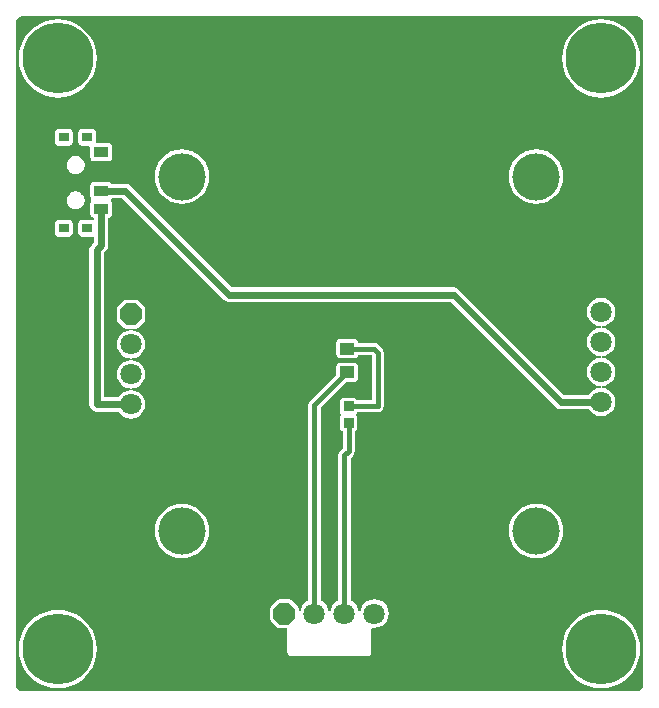
<source format=gtl>
G04 Layer_Physical_Order=1*
G04 Layer_Color=255*
%FSLAX44Y44*%
%MOMM*%
G71*
G01*
G75*
%ADD10R,1.2500X1.0000*%
%ADD11R,0.8500X0.8500*%
%ADD12R,0.9000X0.8000*%
%ADD13R,1.2500X0.9000*%
%ADD14C,0.4000*%
%ADD15C,0.6000*%
%ADD16C,4.0000*%
%ADD17P,1.9483X8X22.5*%
%ADD18C,1.8000*%
%ADD19P,1.9483X8X292.5*%
%ADD20C,6.0000*%
G36*
X537186Y585278D02*
X539040Y584040D01*
X540278Y582186D01*
X540680Y580167D01*
X540646Y580000D01*
Y20000D01*
X540680Y19833D01*
X540278Y17814D01*
X539040Y15960D01*
X537186Y14722D01*
X536199Y14526D01*
X535000Y14354D01*
Y14354D01*
X15000D01*
X14833Y14320D01*
X12814Y14722D01*
X10961Y15960D01*
X9722Y17814D01*
X9526Y18801D01*
X9354Y20000D01*
X9354D01*
Y580000D01*
X9320Y580167D01*
X9722Y582186D01*
X10961Y584040D01*
X12814Y585278D01*
X14833Y585680D01*
X15000Y585646D01*
X535000D01*
X535167Y585680D01*
X537186Y585278D01*
D02*
G37*
%LPC*%
G36*
X88000Y445319D02*
X75500D01*
X74330Y445086D01*
X73337Y444423D01*
X72674Y443430D01*
X72441Y442260D01*
Y433260D01*
X72674Y432090D01*
X73337Y431097D01*
X73447Y431024D01*
Y429496D01*
X73337Y429423D01*
X72674Y428430D01*
X72441Y427260D01*
Y418260D01*
X72674Y417090D01*
X73337Y416097D01*
X74330Y415434D01*
X75342Y415233D01*
X75472Y414395D01*
X75463Y414157D01*
X74500Y413319D01*
X65500D01*
X64330Y413086D01*
X63337Y412423D01*
X62674Y411431D01*
X62441Y410260D01*
Y402260D01*
X62674Y401090D01*
X63337Y400097D01*
X64330Y399434D01*
X65500Y399201D01*
X74500D01*
X74651Y399231D01*
X75633Y398425D01*
Y394284D01*
X73524Y392176D01*
X72198Y390191D01*
X71733Y387850D01*
Y257150D01*
X72198Y254809D01*
X73524Y252824D01*
X75509Y251498D01*
X77850Y251033D01*
X96568D01*
X98441Y248591D01*
X100948Y246668D01*
X103867Y245459D01*
X107000Y245047D01*
X110133Y245459D01*
X113052Y246668D01*
X115559Y248591D01*
X117482Y251098D01*
X118691Y254017D01*
X119103Y257150D01*
X118691Y260283D01*
X117482Y263202D01*
X115559Y265709D01*
X113052Y267632D01*
X110133Y268841D01*
X107905Y269134D01*
X107334Y269210D01*
Y270490D01*
X107905Y270566D01*
X110133Y270859D01*
X113052Y272068D01*
X115559Y273992D01*
X117482Y276498D01*
X118691Y279417D01*
X119103Y282550D01*
X118691Y285683D01*
X117482Y288602D01*
X115559Y291108D01*
X113052Y293032D01*
X110133Y294241D01*
X107905Y294534D01*
X107334Y294610D01*
Y295890D01*
X107905Y295966D01*
X110133Y296259D01*
X113052Y297468D01*
X115559Y299391D01*
X117482Y301898D01*
X118691Y304817D01*
X119103Y307950D01*
X118691Y311083D01*
X117482Y314002D01*
X115559Y316509D01*
X113052Y318432D01*
X110133Y319641D01*
X107962Y319927D01*
X107245Y320021D01*
X107329Y321291D01*
X111500D01*
X111500Y321291D01*
X112670Y321524D01*
X113663Y322187D01*
X118163Y326687D01*
X118826Y327679D01*
X119059Y328850D01*
Y337850D01*
X119059Y337850D01*
X118826Y339021D01*
X118163Y340013D01*
X113663Y344513D01*
X112670Y345176D01*
X111500Y345409D01*
X102500D01*
X102500Y345409D01*
X101329Y345176D01*
X100337Y344513D01*
X95837Y340013D01*
X95174Y339021D01*
X94941Y337850D01*
Y328850D01*
X94941Y328850D01*
X95174Y327679D01*
X95837Y326687D01*
X100337Y322187D01*
X101329Y321524D01*
X102500Y321291D01*
X106671D01*
X106755Y320021D01*
X106038Y319927D01*
X103867Y319641D01*
X100948Y318432D01*
X98441Y316509D01*
X96518Y314002D01*
X95309Y311083D01*
X94896Y307950D01*
X95309Y304817D01*
X96518Y301898D01*
X98441Y299391D01*
X100948Y297468D01*
X103867Y296259D01*
X106095Y295966D01*
X106666Y295890D01*
Y294610D01*
X106095Y294534D01*
X103867Y294241D01*
X100948Y293032D01*
X98441Y291108D01*
X96518Y288602D01*
X95309Y285683D01*
X94896Y282550D01*
X95309Y279417D01*
X96518Y276498D01*
X98441Y273992D01*
X100948Y272068D01*
X103867Y270859D01*
X106095Y270566D01*
X106666Y270490D01*
Y269210D01*
X106095Y269134D01*
X103867Y268841D01*
X100948Y267632D01*
X98441Y265709D01*
X96568Y263267D01*
X83968D01*
Y385316D01*
X86076Y387424D01*
X87402Y389409D01*
X87867Y391750D01*
Y415201D01*
X88000D01*
X89171Y415434D01*
X90163Y416097D01*
X90826Y417090D01*
X91059Y418260D01*
Y427260D01*
X90826Y428430D01*
X90163Y429423D01*
X90151Y430673D01*
X91067Y431642D01*
X99706D01*
X185674Y345674D01*
X187659Y344348D01*
X190000Y343882D01*
X377466D01*
X466474Y254874D01*
X468459Y253548D01*
X470800Y253083D01*
X494568D01*
X496441Y250641D01*
X498948Y248718D01*
X501867Y247509D01*
X505000Y247097D01*
X508133Y247509D01*
X511052Y248718D01*
X513559Y250641D01*
X515482Y253148D01*
X516691Y256067D01*
X517104Y259200D01*
X516691Y262333D01*
X515482Y265252D01*
X513559Y267759D01*
X511052Y269682D01*
X508133Y270891D01*
X505905Y271184D01*
X505334Y271260D01*
Y272540D01*
X505905Y272616D01*
X508133Y272909D01*
X511052Y274118D01*
X513559Y276042D01*
X515482Y278548D01*
X516691Y281467D01*
X517104Y284600D01*
X516691Y287733D01*
X515482Y290652D01*
X513559Y293158D01*
X511052Y295082D01*
X508133Y296291D01*
X505905Y296584D01*
X505334Y296660D01*
Y297940D01*
X505905Y298016D01*
X508133Y298309D01*
X511052Y299518D01*
X513559Y301441D01*
X515482Y303948D01*
X516691Y306867D01*
X517104Y310000D01*
X516691Y313133D01*
X515482Y316052D01*
X513559Y318559D01*
X511052Y320482D01*
X508133Y321691D01*
X505905Y321984D01*
X505334Y322060D01*
Y323340D01*
X505905Y323416D01*
X508133Y323709D01*
X511052Y324918D01*
X513559Y326842D01*
X515482Y329348D01*
X516691Y332267D01*
X517104Y335400D01*
X516691Y338533D01*
X515482Y341452D01*
X513559Y343959D01*
X511052Y345882D01*
X508133Y347091D01*
X505000Y347504D01*
X501867Y347091D01*
X498948Y345882D01*
X496441Y343959D01*
X494518Y341452D01*
X493309Y338533D01*
X492896Y335400D01*
X493309Y332267D01*
X494518Y329348D01*
X496441Y326842D01*
X498948Y324918D01*
X501867Y323709D01*
X504095Y323416D01*
X504666Y323340D01*
Y322060D01*
X504095Y321984D01*
X501867Y321691D01*
X498948Y320482D01*
X496441Y318559D01*
X494518Y316052D01*
X493309Y313133D01*
X492896Y310000D01*
X493309Y306867D01*
X494518Y303948D01*
X496441Y301441D01*
X498948Y299518D01*
X501867Y298309D01*
X504095Y298016D01*
X504666Y297940D01*
Y296660D01*
X504095Y296584D01*
X501867Y296291D01*
X498948Y295082D01*
X496441Y293158D01*
X494518Y290652D01*
X493309Y287733D01*
X492896Y284600D01*
X493309Y281467D01*
X494518Y278548D01*
X496441Y276042D01*
X498948Y274118D01*
X501867Y272909D01*
X504095Y272616D01*
X504666Y272540D01*
Y271260D01*
X504095Y271184D01*
X501867Y270891D01*
X498948Y269682D01*
X496441Y267759D01*
X494568Y265317D01*
X473334D01*
X384326Y354326D01*
X382341Y355652D01*
X380000Y356118D01*
X192534D01*
X106566Y442086D01*
X104581Y443412D01*
X102240Y443877D01*
X90527D01*
X90163Y444423D01*
X89171Y445086D01*
X88000Y445319D01*
D02*
G37*
G36*
X296300Y312419D02*
X283800D01*
X282630Y312186D01*
X281637Y311523D01*
X280974Y310530D01*
X280741Y309360D01*
Y299360D01*
X280974Y298190D01*
X281637Y297197D01*
X282630Y296534D01*
X283800Y296301D01*
X296300D01*
X297471Y296534D01*
X298463Y297197D01*
X299126Y298190D01*
X299339Y299262D01*
X310208D01*
X310712Y298758D01*
Y260568D01*
X298300D01*
X298236Y260891D01*
X297573Y261883D01*
X296581Y262546D01*
X295410Y262779D01*
X286910D01*
X285739Y262546D01*
X284747Y261883D01*
X284084Y260891D01*
X283851Y259720D01*
Y251220D01*
X284084Y250049D01*
X284584Y249301D01*
X284680Y248470D01*
X284584Y247639D01*
X284084Y246891D01*
X283851Y245720D01*
Y237220D01*
X284084Y236049D01*
X284747Y235057D01*
X285739Y234394D01*
X286062Y234330D01*
Y219522D01*
X284095Y217555D01*
X282990Y215901D01*
X282602Y213950D01*
Y90877D01*
X281648Y90482D01*
X279142Y88559D01*
X277218Y86052D01*
X276009Y83133D01*
X275716Y80905D01*
X275640Y80334D01*
X274360D01*
X274284Y80905D01*
X273991Y83133D01*
X272782Y86052D01*
X270858Y88559D01*
X268352Y90482D01*
X267398Y90877D01*
Y254498D01*
X289201Y276301D01*
X296300D01*
X297471Y276534D01*
X298463Y277197D01*
X299126Y278190D01*
X299359Y279360D01*
Y289360D01*
X299126Y290530D01*
X298463Y291523D01*
X297471Y292186D01*
X296300Y292419D01*
X283800D01*
X282630Y292186D01*
X281637Y291523D01*
X280974Y290530D01*
X280741Y289360D01*
Y282261D01*
X258695Y260215D01*
X257590Y258561D01*
X257202Y256610D01*
Y90877D01*
X256248Y90482D01*
X253741Y88559D01*
X251818Y86052D01*
X250609Y83133D01*
X250362Y81255D01*
X249656Y80910D01*
X249029Y80862D01*
X248959Y80944D01*
Y84500D01*
X248959Y84500D01*
X248726Y85670D01*
X248063Y86663D01*
X243563Y91163D01*
X242570Y91826D01*
X241400Y92059D01*
X232400D01*
X232400Y92059D01*
X231229Y91826D01*
X230237Y91163D01*
X225737Y86663D01*
X225074Y85670D01*
X224841Y84500D01*
Y75500D01*
X224841Y75500D01*
X225074Y74330D01*
X225737Y73337D01*
X230237Y68837D01*
X231229Y68174D01*
X232400Y67941D01*
X238833D01*
X239441Y67200D01*
Y47200D01*
X239674Y46029D01*
X240337Y45037D01*
X241329Y44374D01*
X242500Y44141D01*
X307500D01*
X308671Y44374D01*
X309663Y45037D01*
X310326Y46029D01*
X310559Y47200D01*
Y66950D01*
X311352Y68046D01*
X311418Y68118D01*
X313100Y67896D01*
X316233Y68309D01*
X319152Y69518D01*
X321659Y71441D01*
X323582Y73948D01*
X324791Y76867D01*
X325204Y80000D01*
X324791Y83133D01*
X323582Y86052D01*
X321659Y88559D01*
X319152Y90482D01*
X316233Y91691D01*
X313100Y92104D01*
X309967Y91691D01*
X307048Y90482D01*
X304541Y88559D01*
X302618Y86052D01*
X301409Y83133D01*
X301116Y80905D01*
X301040Y80334D01*
X299760D01*
X299684Y80905D01*
X299391Y83133D01*
X298182Y86052D01*
X296259Y88559D01*
X293752Y90482D01*
X292798Y90877D01*
Y211838D01*
X294765Y213805D01*
X295870Y215459D01*
X296258Y217410D01*
Y234330D01*
X296581Y234394D01*
X297573Y235057D01*
X298236Y236049D01*
X298469Y237220D01*
Y245720D01*
X298236Y246891D01*
X297736Y247639D01*
X297640Y248470D01*
X297736Y249301D01*
X298236Y250049D01*
X298300Y250372D01*
X315810D01*
X317761Y250760D01*
X319415Y251865D01*
X320520Y253519D01*
X320908Y255470D01*
Y300870D01*
X320520Y302821D01*
X319415Y304475D01*
X315925Y307965D01*
X314271Y309070D01*
X312320Y309458D01*
X299339D01*
X299126Y310530D01*
X298463Y311523D01*
X297471Y312186D01*
X296300Y312419D01*
D02*
G37*
G36*
X54500Y413319D02*
X45500D01*
X44330Y413086D01*
X43337Y412423D01*
X42674Y411431D01*
X42441Y410260D01*
Y402260D01*
X42674Y401090D01*
X43337Y400097D01*
X44330Y399434D01*
X45500Y399201D01*
X54500D01*
X55670Y399434D01*
X56663Y400097D01*
X57326Y401090D01*
X57559Y402260D01*
Y410260D01*
X57326Y411431D01*
X56663Y412423D01*
X55670Y413086D01*
X54500Y413319D01*
D02*
G37*
G36*
X450000Y173111D02*
X445491Y172667D01*
X441156Y171352D01*
X437160Y169216D01*
X433658Y166342D01*
X430784Y162840D01*
X428648Y158844D01*
X427333Y154509D01*
X426889Y150000D01*
X427333Y145491D01*
X428648Y141156D01*
X430784Y137160D01*
X433658Y133658D01*
X437160Y130784D01*
X441156Y128648D01*
X445491Y127333D01*
X450000Y126889D01*
X454509Y127333D01*
X458844Y128648D01*
X462840Y130784D01*
X466342Y133658D01*
X469216Y137160D01*
X471352Y141156D01*
X472667Y145491D01*
X473111Y150000D01*
X472667Y154509D01*
X471352Y158844D01*
X469216Y162840D01*
X466342Y166342D01*
X462840Y169216D01*
X458844Y171352D01*
X454509Y172667D01*
X450000Y173111D01*
D02*
G37*
G36*
X45000Y83102D02*
X39822Y82695D01*
X34771Y81482D01*
X29972Y79494D01*
X25543Y76780D01*
X21593Y73407D01*
X18220Y69457D01*
X15506Y65028D01*
X13518Y60229D01*
X12306Y55178D01*
X11898Y50000D01*
X12306Y44822D01*
X13518Y39771D01*
X15506Y34972D01*
X18220Y30543D01*
X21593Y26593D01*
X25543Y23220D01*
X29972Y20506D01*
X34771Y18518D01*
X39822Y17306D01*
X45000Y16898D01*
X50178Y17306D01*
X55229Y18518D01*
X60028Y20506D01*
X64457Y23220D01*
X68407Y26593D01*
X71780Y30543D01*
X74494Y34972D01*
X76482Y39771D01*
X77695Y44822D01*
X78102Y50000D01*
X77695Y55178D01*
X76482Y60229D01*
X74494Y65028D01*
X71780Y69457D01*
X68407Y73407D01*
X64457Y76780D01*
X60028Y79494D01*
X55229Y81482D01*
X50178Y82695D01*
X45000Y83102D01*
D02*
G37*
G36*
X505000D02*
X499822Y82695D01*
X494771Y81482D01*
X489972Y79494D01*
X485543Y76780D01*
X481593Y73407D01*
X478220Y69457D01*
X475506Y65028D01*
X473518Y60229D01*
X472305Y55178D01*
X471898Y50000D01*
X472305Y44822D01*
X473518Y39771D01*
X475506Y34972D01*
X478220Y30543D01*
X481593Y26593D01*
X485543Y23220D01*
X489972Y20506D01*
X494771Y18518D01*
X499822Y17306D01*
X505000Y16898D01*
X510178Y17306D01*
X515229Y18518D01*
X520028Y20506D01*
X524457Y23220D01*
X528407Y26593D01*
X531780Y30543D01*
X534494Y34972D01*
X536482Y39771D01*
X537695Y44822D01*
X538102Y50000D01*
X537695Y55178D01*
X536482Y60229D01*
X534494Y65028D01*
X531780Y69457D01*
X528407Y73407D01*
X524457Y76780D01*
X520028Y79494D01*
X515229Y81482D01*
X510178Y82695D01*
X505000Y83102D01*
D02*
G37*
G36*
X150000Y173111D02*
X145491Y172667D01*
X141156Y171352D01*
X137160Y169216D01*
X133658Y166342D01*
X130784Y162840D01*
X128648Y158844D01*
X127333Y154509D01*
X126889Y150000D01*
X127333Y145491D01*
X128648Y141156D01*
X130784Y137160D01*
X133658Y133658D01*
X137160Y130784D01*
X141156Y128648D01*
X145491Y127333D01*
X150000Y126889D01*
X154509Y127333D01*
X158844Y128648D01*
X162840Y130784D01*
X166342Y133658D01*
X169216Y137160D01*
X171352Y141156D01*
X172667Y145491D01*
X173111Y150000D01*
X172667Y154509D01*
X171352Y158844D01*
X169216Y162840D01*
X166342Y166342D01*
X162840Y169216D01*
X158844Y171352D01*
X154509Y172667D01*
X150000Y173111D01*
D02*
G37*
G36*
X60597Y437348D02*
X59403D01*
X57648Y436999D01*
X56545Y436542D01*
X55056Y435548D01*
X54212Y434704D01*
X53218Y433215D01*
X52761Y432113D01*
X52412Y430357D01*
Y430056D01*
X52353Y429760D01*
X52412Y429464D01*
Y429163D01*
X52761Y427407D01*
X53218Y426305D01*
X54212Y424816D01*
X55056Y423972D01*
X56545Y422978D01*
X57648Y422521D01*
X59403Y422172D01*
X60597D01*
X62352Y422521D01*
X63455Y422978D01*
X64944Y423972D01*
X65788Y424816D01*
X66782Y426305D01*
X67239Y427407D01*
X67588Y429163D01*
Y429464D01*
X67647Y429760D01*
X67588Y430056D01*
Y430357D01*
X67239Y432113D01*
X66782Y433215D01*
X65788Y434704D01*
X64944Y435548D01*
X63455Y436542D01*
X62353Y436999D01*
X60597Y437348D01*
D02*
G37*
G36*
X54500Y490319D02*
X45500D01*
X44330Y490086D01*
X43337Y489423D01*
X42674Y488430D01*
X42441Y487260D01*
Y479260D01*
X42674Y478089D01*
X43337Y477097D01*
X44330Y476434D01*
X45500Y476201D01*
X54500D01*
X55670Y476434D01*
X56663Y477097D01*
X57326Y478089D01*
X57559Y479260D01*
Y487260D01*
X57326Y488430D01*
X56663Y489423D01*
X55670Y490086D01*
X54500Y490319D01*
D02*
G37*
G36*
X45000Y583102D02*
X39822Y582695D01*
X34771Y581482D01*
X29972Y579494D01*
X25543Y576780D01*
X21593Y573407D01*
X18220Y569457D01*
X15506Y565028D01*
X13518Y560229D01*
X12306Y555178D01*
X11898Y550000D01*
X12306Y544822D01*
X13518Y539771D01*
X15506Y534972D01*
X18220Y530543D01*
X21593Y526593D01*
X25543Y523220D01*
X29972Y520506D01*
X34771Y518518D01*
X39822Y517305D01*
X45000Y516898D01*
X50178Y517305D01*
X55229Y518518D01*
X60028Y520506D01*
X64457Y523220D01*
X68407Y526593D01*
X71780Y530543D01*
X74494Y534972D01*
X76482Y539771D01*
X77695Y544822D01*
X78102Y550000D01*
X77695Y555178D01*
X76482Y560229D01*
X74494Y565028D01*
X71780Y569457D01*
X68407Y573407D01*
X64457Y576780D01*
X60028Y579494D01*
X55229Y581482D01*
X50178Y582695D01*
X45000Y583102D01*
D02*
G37*
G36*
X505000D02*
X499822Y582695D01*
X494771Y581482D01*
X489972Y579494D01*
X485543Y576780D01*
X481593Y573407D01*
X478220Y569457D01*
X475506Y565028D01*
X473518Y560229D01*
X472305Y555178D01*
X471898Y550000D01*
X472305Y544822D01*
X473518Y539771D01*
X475506Y534972D01*
X478220Y530543D01*
X481593Y526593D01*
X485543Y523220D01*
X489972Y520506D01*
X494771Y518518D01*
X499822Y517305D01*
X505000Y516898D01*
X510178Y517305D01*
X515229Y518518D01*
X520028Y520506D01*
X524457Y523220D01*
X528407Y526593D01*
X531780Y530543D01*
X534494Y534972D01*
X536482Y539771D01*
X537695Y544822D01*
X538102Y550000D01*
X537695Y555178D01*
X536482Y560229D01*
X534494Y565028D01*
X531780Y569457D01*
X528407Y573407D01*
X524457Y576780D01*
X520028Y579494D01*
X515229Y581482D01*
X510178Y582695D01*
X505000Y583102D01*
D02*
G37*
G36*
X74500Y490319D02*
X65500D01*
X64330Y490086D01*
X63337Y489423D01*
X62674Y488430D01*
X62441Y487260D01*
Y479260D01*
X62674Y478089D01*
X63337Y477097D01*
X64330Y476434D01*
X65500Y476201D01*
X71669D01*
X72441Y475260D01*
Y466260D01*
X72674Y465089D01*
X73337Y464097D01*
X74330Y463434D01*
X75500Y463201D01*
X88000D01*
X89171Y463434D01*
X90163Y464097D01*
X90826Y465089D01*
X91059Y466260D01*
Y475260D01*
X90826Y476431D01*
X90163Y477423D01*
X89171Y478086D01*
X88000Y478319D01*
X78331D01*
X77559Y479260D01*
Y487260D01*
X77326Y488430D01*
X76663Y489423D01*
X75670Y490086D01*
X74500Y490319D01*
D02*
G37*
G36*
X150000Y473111D02*
X145491Y472667D01*
X141156Y471352D01*
X137160Y469216D01*
X133658Y466342D01*
X130784Y462840D01*
X128648Y458844D01*
X127333Y454509D01*
X126889Y450000D01*
X127333Y445491D01*
X128648Y441156D01*
X130784Y437160D01*
X133658Y433658D01*
X137160Y430784D01*
X141156Y428648D01*
X145491Y427333D01*
X150000Y426889D01*
X154509Y427333D01*
X158844Y428648D01*
X162840Y430784D01*
X166342Y433658D01*
X169216Y437160D01*
X171352Y441156D01*
X172667Y445491D01*
X173111Y450000D01*
X172667Y454509D01*
X171352Y458844D01*
X169216Y462840D01*
X166342Y466342D01*
X162840Y469216D01*
X158844Y471352D01*
X154509Y472667D01*
X150000Y473111D01*
D02*
G37*
G36*
X450000D02*
X445491Y472667D01*
X441156Y471352D01*
X437160Y469216D01*
X433658Y466342D01*
X430784Y462840D01*
X428648Y458844D01*
X427333Y454509D01*
X426889Y450000D01*
X427333Y445491D01*
X428648Y441156D01*
X430784Y437160D01*
X433658Y433658D01*
X437160Y430784D01*
X441156Y428648D01*
X445491Y427333D01*
X450000Y426889D01*
X454509Y427333D01*
X458844Y428648D01*
X462840Y430784D01*
X466342Y433658D01*
X469216Y437160D01*
X471352Y441156D01*
X472667Y445491D01*
X473111Y450000D01*
X472667Y454509D01*
X471352Y458844D01*
X469216Y462840D01*
X466342Y466342D01*
X462840Y469216D01*
X458844Y471352D01*
X454509Y472667D01*
X450000Y473111D01*
D02*
G37*
G36*
X60597Y467348D02*
X59403D01*
X57648Y466999D01*
X56545Y466542D01*
X55056Y465548D01*
X54212Y464704D01*
X53218Y463215D01*
X52761Y462113D01*
X52412Y460357D01*
Y460056D01*
X52353Y459760D01*
X52412Y459464D01*
Y459163D01*
X52761Y457407D01*
X53218Y456305D01*
X54212Y454816D01*
X55056Y453972D01*
X56545Y452978D01*
X57648Y452521D01*
X59403Y452172D01*
X60597D01*
X62352Y452521D01*
X63455Y452978D01*
X64944Y453972D01*
X65788Y454816D01*
X66782Y456305D01*
X67239Y457407D01*
X67588Y459163D01*
Y459464D01*
X67647Y459760D01*
X67588Y460056D01*
Y460357D01*
X67239Y462113D01*
X66782Y463215D01*
X65788Y464704D01*
X64944Y465548D01*
X63455Y466542D01*
X62353Y466999D01*
X60597Y467348D01*
D02*
G37*
%LPD*%
D10*
X290050Y304360D02*
D03*
Y284360D02*
D03*
D11*
X291160Y255470D02*
D03*
Y241470D02*
D03*
D12*
X70000Y483260D02*
D03*
X50000D02*
D03*
X70000Y406260D02*
D03*
X50000D02*
D03*
D13*
X81750Y422760D02*
D03*
Y437760D02*
D03*
Y470760D02*
D03*
D14*
X287700Y80000D02*
Y213950D01*
X291160Y217410D01*
Y241470D01*
Y255470D02*
X315810D01*
Y300870D01*
X312320Y304360D02*
X315810Y300870D01*
X290050Y304360D02*
X312320D01*
X262300Y256610D02*
X290050Y284360D01*
X262300Y80000D02*
Y256610D01*
D15*
X77850Y257150D02*
X107000D01*
X77850D02*
Y387850D01*
X81750Y391750D01*
Y422760D01*
Y437760D02*
X102240D01*
X190000Y350000D01*
X380000D01*
X470800Y259200D01*
X505000D01*
D16*
X450000Y450000D02*
D03*
Y150000D02*
D03*
X150000D02*
D03*
Y450000D02*
D03*
D17*
X236900Y80000D02*
D03*
D18*
X262300D02*
D03*
X287700D02*
D03*
X313100D02*
D03*
X107000Y257150D02*
D03*
Y282550D02*
D03*
Y307950D02*
D03*
X505000Y310000D02*
D03*
Y284600D02*
D03*
Y259200D02*
D03*
Y335400D02*
D03*
D19*
X107000Y333350D02*
D03*
D20*
X505000Y50000D02*
D03*
X45000D02*
D03*
Y550000D02*
D03*
X505000D02*
D03*
M02*

</source>
